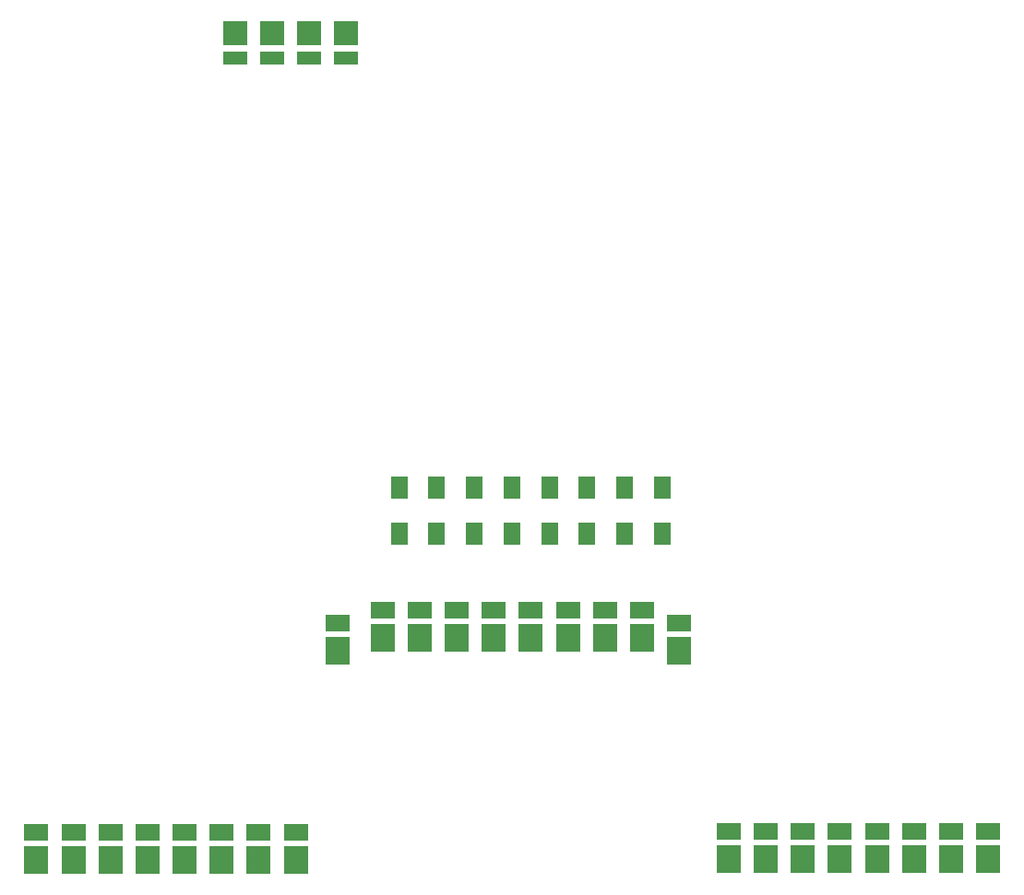
<source format=gbr>
%TF.GenerationSoftware,KiCad,Pcbnew,(6.0.5)*%
%TF.CreationDate,2023-06-09T01:00:48+03:00*%
%TF.ProjectId,Processor-ALU,50726f63-6573-4736-9f72-2d414c552e6b,rev?*%
%TF.SameCoordinates,Original*%
%TF.FileFunction,Paste,Top*%
%TF.FilePolarity,Positive*%
%FSLAX46Y46*%
G04 Gerber Fmt 4.6, Leading zero omitted, Abs format (unit mm)*
G04 Created by KiCad (PCBNEW (6.0.5)) date 2023-06-09 01:00:48*
%MOMM*%
%LPD*%
G01*
G04 APERTURE LIST*
%ADD10R,2.200000X2.500000*%
%ADD11R,2.200000X1.550000*%
%ADD12R,1.550000X2.000000*%
%ADD13R,2.200000X2.200000*%
%ADD14R,2.200000X1.250000*%
G04 APERTURE END LIST*
D10*
%TO.C,D46*%
X162554290Y-126108228D03*
D11*
X162554290Y-123533228D03*
%TD*%
D10*
%TO.C,D38*%
X127400000Y-105800000D03*
D11*
X127400000Y-103225000D03*
%TD*%
D12*
%TO.C,D16*%
X118700000Y-92000000D03*
X118700000Y-96200000D03*
%TD*%
%TO.C,D29*%
X135950000Y-92000000D03*
X135950000Y-96200000D03*
%TD*%
%TO.C,D30*%
X132500000Y-92000000D03*
X132500000Y-96200000D03*
%TD*%
D10*
%TO.C,D12*%
X92220000Y-126185000D03*
D11*
X92220000Y-123610000D03*
%TD*%
D10*
%TO.C,D15*%
X102420000Y-126185000D03*
D11*
X102420000Y-123610000D03*
%TD*%
D10*
%TO.C,D49*%
X172754290Y-126108228D03*
D11*
X172754290Y-123533228D03*
%TD*%
D10*
%TO.C,D45*%
X159154290Y-126108228D03*
D11*
X159154290Y-123533228D03*
%TD*%
D10*
%TO.C,D13*%
X95620000Y-126185000D03*
D11*
X95620000Y-123610000D03*
%TD*%
D10*
%TO.C,D43*%
X152354290Y-126108228D03*
D11*
X152354290Y-123533228D03*
%TD*%
D10*
%TO.C,D48*%
X169354290Y-126108228D03*
D11*
X169354290Y-123533228D03*
%TD*%
D10*
%TO.C,D36*%
X134200000Y-105800000D03*
D11*
X134200000Y-103225000D03*
%TD*%
D10*
%TO.C,D37*%
X130800000Y-105800000D03*
D11*
X130800000Y-103225000D03*
%TD*%
D10*
%TO.C,D40*%
X120600000Y-105800000D03*
D11*
X120600000Y-103225000D03*
%TD*%
D12*
%TO.C,D31*%
X129050000Y-92000000D03*
X129050000Y-96200000D03*
%TD*%
D10*
%TO.C,D11*%
X88820000Y-126185000D03*
D11*
X88820000Y-123610000D03*
%TD*%
D12*
%TO.C,D28*%
X139400000Y-92000000D03*
X139400000Y-96200000D03*
%TD*%
D13*
%TO.C,D2*%
X103650000Y-50225000D03*
D14*
X103650000Y-52500000D03*
%TD*%
D13*
%TO.C,D5*%
X113850000Y-50225000D03*
D14*
X113850000Y-52500000D03*
%TD*%
D10*
%TO.C,D44*%
X155754290Y-126108228D03*
D11*
X155754290Y-123533228D03*
%TD*%
D13*
%TO.C,D4*%
X110450000Y-50225000D03*
D14*
X110450000Y-52500000D03*
%TD*%
D12*
%TO.C,D33*%
X122150000Y-92000000D03*
X122150000Y-96200000D03*
%TD*%
D10*
%TO.C,D14*%
X99020000Y-126185000D03*
D11*
X99020000Y-123610000D03*
%TD*%
D10*
%TO.C,D10*%
X85416062Y-126176456D03*
D11*
X85416062Y-123601456D03*
%TD*%
D10*
%TO.C,D1*%
X113050000Y-106950000D03*
D11*
X113050000Y-104375000D03*
%TD*%
D10*
%TO.C,D39*%
X124000000Y-105800000D03*
D11*
X124000000Y-103225000D03*
%TD*%
D10*
%TO.C,D6*%
X144400000Y-106950000D03*
D11*
X144400000Y-104375000D03*
%TD*%
D13*
%TO.C,D3*%
X107050000Y-50225000D03*
D14*
X107050000Y-52500000D03*
%TD*%
D12*
%TO.C,D32*%
X125600000Y-92000000D03*
X125600000Y-96200000D03*
%TD*%
D10*
%TO.C,D42*%
X148954290Y-126108228D03*
D11*
X148954290Y-123533228D03*
%TD*%
D10*
%TO.C,D34*%
X141000000Y-105800000D03*
D11*
X141000000Y-103225000D03*
%TD*%
D10*
%TO.C,D41*%
X117200000Y-105800000D03*
D11*
X117200000Y-103225000D03*
%TD*%
D10*
%TO.C,D35*%
X137600000Y-105800000D03*
D11*
X137600000Y-103225000D03*
%TD*%
D12*
%TO.C,D27*%
X142850000Y-92000000D03*
X142850000Y-96200000D03*
%TD*%
D10*
%TO.C,D18*%
X109220000Y-126185000D03*
D11*
X109220000Y-123610000D03*
%TD*%
D10*
%TO.C,D47*%
X165954290Y-126108228D03*
D11*
X165954290Y-123533228D03*
%TD*%
D10*
%TO.C,D17*%
X105820000Y-126185000D03*
D11*
X105820000Y-123610000D03*
%TD*%
M02*

</source>
